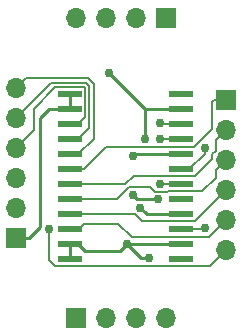
<source format=gbl>
G04 #@! TF.FileFunction,Copper,L2,Bot,Signal*
%FSLAX46Y46*%
G04 Gerber Fmt 4.6, Leading zero omitted, Abs format (unit mm)*
G04 Created by KiCad (PCBNEW 4.0.4-stable) date 12/02/17 16:34:21*
%MOMM*%
%LPD*%
G01*
G04 APERTURE LIST*
%ADD10C,0.100000*%
%ADD11R,2.000000X0.600000*%
%ADD12R,1.700000X1.700000*%
%ADD13O,1.700000X1.700000*%
%ADD14C,0.762000*%
%ADD15C,0.254000*%
%ADD16C,0.177800*%
G04 APERTURE END LIST*
D10*
D11*
X153672000Y-98552000D03*
X153672000Y-99822000D03*
X153672000Y-101092000D03*
X153672000Y-102362000D03*
X153672000Y-103632000D03*
X153672000Y-104902000D03*
X153672000Y-106172000D03*
X153672000Y-107442000D03*
X153672000Y-108712000D03*
X153672000Y-109982000D03*
X153672000Y-111252000D03*
X153672000Y-112522000D03*
X144272000Y-112522000D03*
X144272000Y-111252000D03*
X144272000Y-109982000D03*
X144272000Y-108712000D03*
X144272000Y-107442000D03*
X144272000Y-106172000D03*
X144272000Y-104902000D03*
X144272000Y-103632000D03*
X144272000Y-102362000D03*
X144272000Y-101092000D03*
X144272000Y-99822000D03*
X144272000Y-98552000D03*
D12*
X157480000Y-99060000D03*
D13*
X157480000Y-101600000D03*
X157480000Y-104140000D03*
X157480000Y-106680000D03*
X157480000Y-109220000D03*
X157480000Y-111760000D03*
D12*
X139700000Y-110744000D03*
D13*
X139700000Y-108204000D03*
X139700000Y-105664000D03*
X139700000Y-103124000D03*
X139700000Y-100584000D03*
X139700000Y-98044000D03*
D12*
X152400000Y-92075000D03*
D13*
X149860000Y-92075000D03*
X147320000Y-92075000D03*
X144780000Y-92075000D03*
D12*
X144780000Y-117475000D03*
D13*
X147320000Y-117475000D03*
X149860000Y-117475000D03*
X152400000Y-117475000D03*
D14*
X150241000Y-108150010D03*
X150622000Y-102362000D03*
X147574000Y-96774000D03*
X149606000Y-103759000D03*
X149606000Y-107061000D03*
X151765000Y-107442000D03*
X151003000Y-112440991D03*
X149098000Y-111252000D03*
X155702000Y-109855000D03*
X155702000Y-103124000D03*
X151892000Y-106102189D03*
X151892000Y-102362000D03*
X142494000Y-109982000D03*
X151874375Y-100945988D03*
D15*
X150802990Y-108712000D02*
X150621999Y-108531009D01*
X150621999Y-108531009D02*
X150241000Y-108150010D01*
X153672000Y-108712000D02*
X150802990Y-108712000D01*
X150622000Y-99822000D02*
X150622000Y-102362000D01*
X150622000Y-99822000D02*
X147574000Y-96774000D01*
X153672000Y-99822000D02*
X150622000Y-99822000D01*
X149733000Y-103632000D02*
X149606000Y-103759000D01*
X153672000Y-103632000D02*
X149733000Y-103632000D01*
X149987000Y-107442000D02*
X149606000Y-107061000D01*
X151765000Y-107442000D02*
X149987000Y-107442000D01*
X150464185Y-112440991D02*
X151003000Y-112440991D01*
X149098000Y-111252000D02*
X150286991Y-112440991D01*
X150286991Y-112440991D02*
X150464185Y-112440991D01*
X148544000Y-111806000D02*
X148717001Y-111632999D01*
X145526000Y-111806000D02*
X148544000Y-111806000D01*
X144272000Y-111252000D02*
X144972000Y-111252000D01*
X144972000Y-111252000D02*
X145526000Y-111806000D01*
X148717001Y-111632999D02*
X149098000Y-111252000D01*
X149098000Y-111252000D02*
X153672000Y-111252000D01*
X144272000Y-112522000D02*
X144272000Y-111252000D01*
X144272000Y-98552000D02*
X144272000Y-99822000D01*
X139700000Y-110744000D02*
X140804000Y-110744000D01*
X142494000Y-99822000D02*
X144272000Y-99822000D01*
X140804000Y-110744000D02*
X141732000Y-109816000D01*
X141732000Y-109816000D02*
X141732000Y-100584000D01*
X141732000Y-100584000D02*
X142494000Y-99822000D01*
D16*
X153672000Y-109982000D02*
X155575000Y-109982000D01*
X155575000Y-109982000D02*
X155702000Y-109855000D01*
X153672000Y-104902000D02*
X154372000Y-104902000D01*
X154372000Y-104902000D02*
X155702000Y-103572000D01*
X155702000Y-103572000D02*
X155702000Y-103124000D01*
X151961811Y-106172000D02*
X151892000Y-106102189D01*
X153672000Y-106172000D02*
X151961811Y-106172000D01*
X151892000Y-102362000D02*
X153672000Y-102362000D01*
X144272000Y-103632000D02*
X144972000Y-103632000D01*
X146316519Y-102287481D02*
X146316519Y-97707889D01*
X144972000Y-103632000D02*
X146316519Y-102287481D01*
X146316519Y-97707889D02*
X145802631Y-97194001D01*
X145802631Y-97194001D02*
X140549999Y-97194001D01*
X140549999Y-97194001D02*
X139700000Y-98044000D01*
X144272000Y-103632000D02*
X143572000Y-103632000D01*
X156452200Y-99060000D02*
X157480000Y-99060000D01*
X156341099Y-101512923D02*
X156341099Y-99171101D01*
X147308701Y-103043099D02*
X154810923Y-103043099D01*
X154810923Y-103043099D02*
X156341099Y-101512923D01*
X145449800Y-104902000D02*
X147308701Y-103043099D01*
X144272000Y-104902000D02*
X145449800Y-104902000D01*
X156341099Y-99171101D02*
X156452200Y-99060000D01*
X152272166Y-105490901D02*
X154903121Y-105490901D01*
X156630001Y-102449999D02*
X157480000Y-101600000D01*
X156630001Y-103304425D02*
X156630001Y-102449999D01*
X156341099Y-103593327D02*
X156630001Y-103304425D01*
X149708951Y-105432288D02*
X152213553Y-105432288D01*
X152213553Y-105432288D02*
X152272166Y-105490901D01*
X156341099Y-104052923D02*
X156341099Y-103593327D01*
X154903121Y-105490901D02*
X156341099Y-104052923D01*
X148969239Y-106172000D02*
X149708951Y-105432288D01*
X144272000Y-106172000D02*
X148969239Y-106172000D01*
X151443447Y-106772099D02*
X152537355Y-106772099D01*
X152537355Y-106772099D02*
X152548553Y-106760901D01*
X155469555Y-106760901D02*
X156630001Y-105600455D01*
X152548553Y-106760901D02*
X155469555Y-106760901D01*
X144272000Y-107442000D02*
X148233544Y-107442000D01*
X151062446Y-106391098D02*
X151443447Y-106772099D01*
X156630001Y-104989999D02*
X157480000Y-104140000D01*
X156630001Y-105600455D02*
X156630001Y-104989999D01*
X148233544Y-107442000D02*
X149284446Y-106391098D01*
X149284446Y-106391098D02*
X151062446Y-106391098D01*
X154859099Y-109300901D02*
X156630001Y-107529999D01*
X150400437Y-109300901D02*
X154859099Y-109300901D01*
X144272000Y-108712000D02*
X149811536Y-108712000D01*
X149811536Y-108712000D02*
X150400437Y-109300901D01*
X156630001Y-107529999D02*
X157480000Y-106680000D01*
X149500553Y-110663099D02*
X156036901Y-110663099D01*
X148341654Y-109504200D02*
X149500553Y-110663099D01*
X145449800Y-109504200D02*
X148341654Y-109504200D01*
X144272000Y-109982000D02*
X144972000Y-109982000D01*
X156630001Y-110069999D02*
X157480000Y-109220000D01*
X156036901Y-110663099D02*
X156630001Y-110069999D01*
X144972000Y-109982000D02*
X145449800Y-109504200D01*
X142494000Y-109982000D02*
X142494000Y-112564022D01*
X142494000Y-112564022D02*
X143040879Y-113110901D01*
X143040879Y-113110901D02*
X156129099Y-113110901D01*
X156129099Y-113110901D02*
X156630001Y-112609999D01*
X156630001Y-112609999D02*
X157480000Y-111760000D01*
X139700000Y-103124000D02*
X141224000Y-101600000D01*
X141224000Y-101600000D02*
X141224000Y-99779978D01*
X141224000Y-99779978D02*
X143040879Y-97963099D01*
X145560901Y-98020879D02*
X145560901Y-100503099D01*
X143040879Y-97963099D02*
X145503121Y-97963099D01*
X145503121Y-97963099D02*
X145560901Y-98020879D01*
X145560901Y-100503099D02*
X144972000Y-101092000D01*
X144972000Y-101092000D02*
X144272000Y-101092000D01*
X144272000Y-102362000D02*
X144972000Y-102362000D01*
X144972000Y-102362000D02*
X145938711Y-101395289D01*
X145938711Y-101395289D02*
X145938710Y-97864384D01*
X145938710Y-97864384D02*
X145659615Y-97585289D01*
X145659615Y-97585289D02*
X142698711Y-97585289D01*
X142698711Y-97585289D02*
X140549999Y-99734001D01*
X140549999Y-99734001D02*
X139700000Y-100584000D01*
X152020387Y-101092000D02*
X151874375Y-100945988D01*
X153672000Y-101092000D02*
X152020387Y-101092000D01*
M02*

</source>
